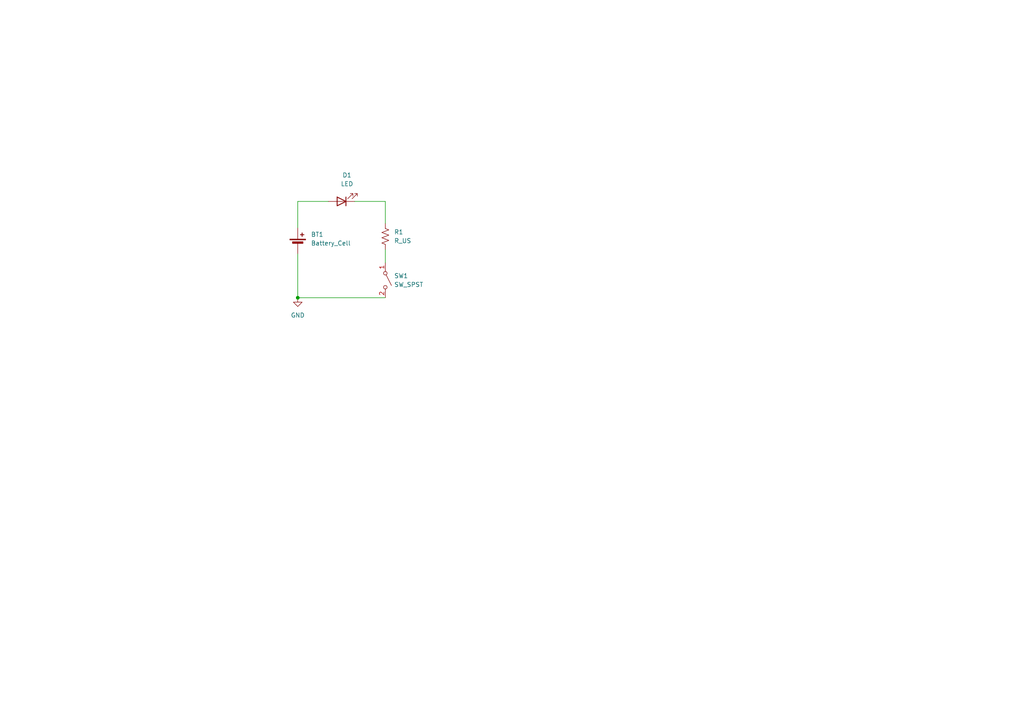
<source format=kicad_sch>
(kicad_sch (version 20230121) (generator eeschema)
  (paper "A4")
  (lib_symbols
    (symbol "Device:Battery_Cell" (pin_numbers hide) (pin_names (offset 0) hide)
      (property "Reference" "BT" (at 2.54 2.54 0))
      (property "Value" "Battery_Cell" (at 2.54 0 0))
      (symbol "Battery_Cell_0_1"
        (rectangle (start -2.286 1.778) (end 2.286 1.524) (fill (type outline)))
        (rectangle (start -1.524 1.016) (end 1.524 0.508) (fill (type outline)))
        (polyline (pts (xy 0 0.762) (xy 0 0)))
        (polyline (pts (xy 0 1.778) (xy 0 2.54)))
        (polyline (pts (xy 0.762 3.048) (xy 1.778 3.048)) (stroke (width 0.254)))
        (polyline (pts (xy 1.27 3.556) (xy 1.27 2.54)) (stroke (width 0.254)))
      )
      (symbol "Battery_Cell_1_1"
        (pin passive line (at 0 5.08 270) (length 2.54) (name "+") (number "1"))
        (pin passive line (at 0 -2.54 90) (length 2.54) (name "-") (number "2"))
      )
    )
    (symbol "Device:LED" (pin_numbers hide) (pin_names (offset 1.016) hide)
      (property "Reference" "D" (at 0 2.54 0))
      (property "Value" "LED" (at 0 -2.54 0))
      (symbol "LED_0_1"
        (polyline (pts (xy -1.27 -1.27) (xy -1.27 1.27)) (stroke (width 0.254)))
        (polyline (pts (xy -1.27 0) (xy 1.27 0)))
        (polyline (pts (xy 1.27 -1.27) (xy 1.27 1.27) (xy -1.27 0) (xy 1.27 -1.27)) (stroke (width 0.254)))
        (polyline (pts (xy -3.048 -0.762) (xy -4.572 -2.286) (xy -3.81 -2.286) (xy -4.572 -2.286) (xy -4.572 -1.524)))
        (polyline (pts (xy -1.778 -0.762) (xy -3.302 -2.286) (xy -2.54 -2.286) (xy -3.302 -2.286) (xy -3.302 -1.524)))
      )
      (symbol "LED_1_1"
        (pin passive line (at -3.81 0 0) (length 2.54) (name "K") (number "1"))
        (pin passive line (at 3.81 0 180) (length 2.54) (name "A") (number "2"))
      )
    )
    (symbol "Device:R_US" (pin_numbers hide) (pin_names (offset 0))
      (property "Reference" "R" (at 2.54 0 90))
      (property "Value" "R_US" (at -2.54 0 90))
      (symbol "R_US_0_1"
        (polyline (pts (xy 0 -2.286) (xy 0 -2.54)))
        (polyline (pts (xy 0 2.286) (xy 0 2.54)))
        (polyline (pts (xy 0 -0.762) (xy 1.016 -1.143) (xy 0 -1.524) (xy -1.016 -1.905) (xy 0 -2.286)))
        (polyline (pts (xy 0 0.762) (xy 1.016 0.381) (xy 0 0) (xy -1.016 -0.381) (xy 0 -0.762)))
        (polyline (pts (xy 0 2.286) (xy 1.016 1.905) (xy 0 1.524) (xy -1.016 1.143) (xy 0 0.762)))
      )
      (symbol "R_US_1_1"
        (pin passive line (at 0 3.81 270) (length 1.27) (name "~") (number "1"))
        (pin passive line (at 0 -3.81 90) (length 1.27) (name "~") (number "2"))
      )
    )
    (symbol "Switch:SW_SPST" (pin_names (offset 0) hide)
      (property "Reference" "SW" (at 0 3.175 0))
      (property "Value" "SW_SPST" (at 0 -2.54 0))
      (symbol "SW_SPST_0_0"
        (circle (center -2.032 0) (radius 0.508))
        (polyline (pts (xy -1.524 0.254) (xy 1.524 1.778)))
        (circle (center 2.032 0) (radius 0.508))
      )
      (symbol "SW_SPST_1_1"
        (pin passive line (at -5.08 0 0) (length 2.54) (name "A") (number "1"))
        (pin passive line (at 5.08 0 180) (length 2.54) (name "B") (number "2"))
      )
    )
    (symbol "power:GND" (power) (pin_names (offset 0))
      (property "Value" "GND" (at 0 -3.81 0))
      (symbol "GND_0_1"
        (polyline (pts (xy 0 0) (xy 0 -1.27) (xy 1.27 -1.27) (xy 0 -2.54) (xy -1.27 -1.27) (xy 0 -1.27)))
      )
      (symbol "GND_1_1"
        (pin power_in line (at 0 0 270) (length 0) hide (name "GND") (number "1"))
      )
    )
  )
  (junction (at 86.36 86.36))
  (wire (pts (xy 111.76 86.36) (xy 86.36 86.36)))
  (wire (pts (xy 111.76 72.39) (xy 111.76 76.2)))
  (wire (pts (xy 86.36 58.42) (xy 95.25 58.42)))
  (wire (pts (xy 102.87 58.42) (xy 111.76 58.42)))
  (wire (pts (xy 111.76 58.42) (xy 111.76 64.77)))
  (wire (pts (xy 86.36 66.04) (xy 86.36 58.42)))
  (wire (pts (xy 86.36 86.36) (xy 86.36 73.66)))
  (symbol (lib_id "Switch:SW_SPST") (at 111.76 81.28 270) (unit 1)
    (property "Reference" "SW1" (at 114.3 80.01 90) (effects (justify left)))
    (property "Value" "SW_SPST" (at 114.3 82.55 90) (effects (justify left)))
    (property "Footprint" "Button_Switch_SMD:SW_Push_1P1T_NO_6x6mm_H9.5mm" (effects hide))
  )
  (symbol (lib_id "Device:R_US") (at 111.76 68.58 0) (unit 1)
    (property "Reference" "R1" (at 114.3 67.31 0) (effects (justify left)))
    (property "Value" "R_US" (at 114.3 69.85 0) (effects (justify left)))
    (property "Footprint" "Resistor_SMD:R_2512_6332Metric" (effects hide))
  )
  (symbol (lib_id "power:GND") (at 86.36 86.36 0) (unit 1)
    (property "Reference" "#PWR01" (effects hide))
    (property "Value" "GND" (at 86.36 91.44 0))
  )
  (symbol (lib_id "Device:LED") (at 99.06 58.42 180) (unit 1)
    (property "Reference" "D1" (at 100.6475 50.8 0))
    (property "Value" "LED" (at 100.6475 53.34 0))
    (property "Footprint" "LED_SMD:LED_2512_6332Metric" (effects hide))
  )
  (symbol (lib_id "Device:Battery_Cell") (at 86.36 71.12 0) (unit 1)
    (property "Reference" "BT1" (at 90.17 68.0085 0) (effects (justify left)))
    (property "Value" "Battery_Cell" (at 90.17 70.5485 0) (effects (justify left)))
    (property "Footprint" "Battery:BatteryHolder_Keystone_103_1x20mm" (effects hide))
  )
)
</source>
